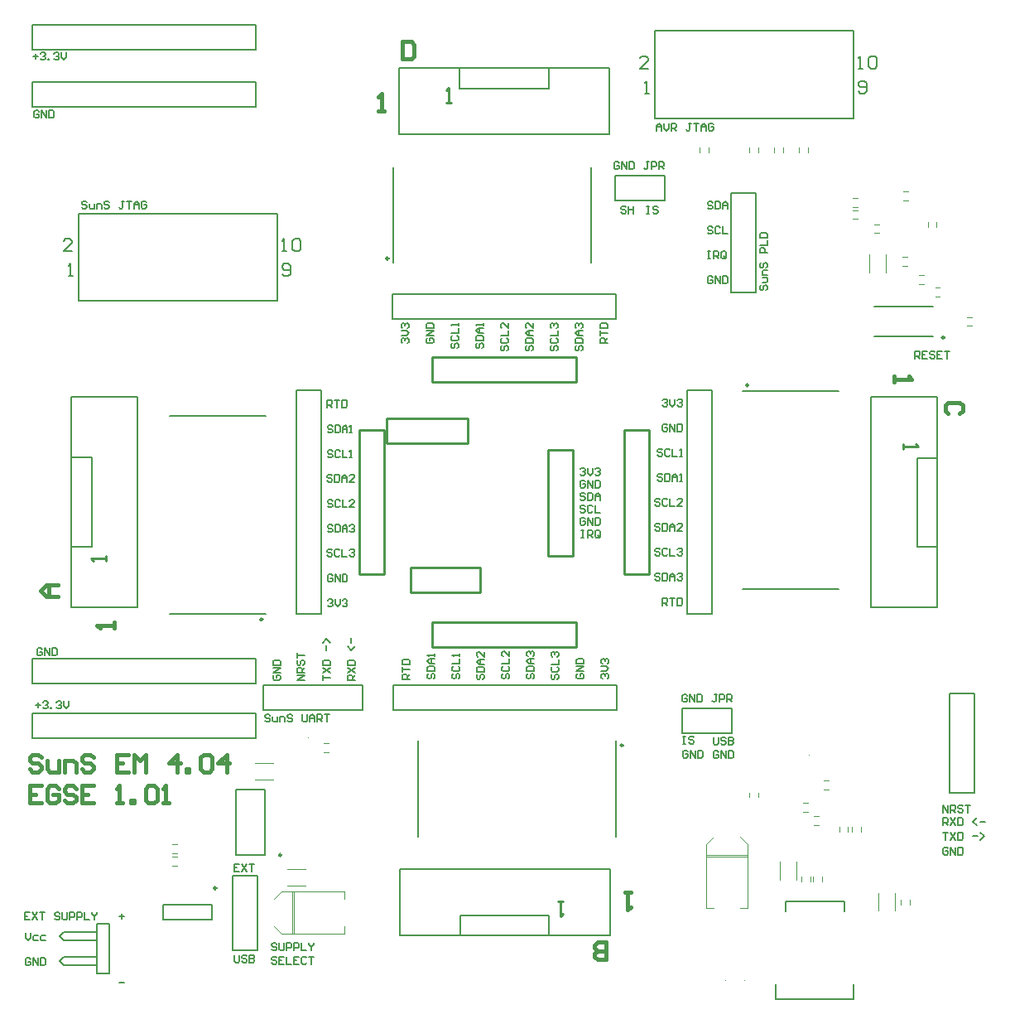
<source format=gto>
G04 Layer_Color=65535*
%FSAX25Y25*%
%MOIN*%
G70*
G01*
G75*
%ADD61C,0.01000*%
%ADD62C,0.00984*%
%ADD63C,0.00394*%
%ADD64C,0.00787*%
%ADD65C,0.00600*%
%ADD66C,0.00500*%
%ADD67C,0.00800*%
%ADD68C,0.01700*%
D61*
X0167709Y0138453D02*
Y0148453D01*
X0225709D01*
X0167709Y0138453D02*
X0225709D01*
Y0148453D01*
X0245055Y0167883D02*
Y0225883D01*
X0255055Y0167883D02*
Y0225883D01*
X0245055D02*
X0255055D01*
X0245055Y0167883D02*
X0255055D01*
X0167709Y0245229D02*
X0225709D01*
X0167709Y0255229D02*
X0225709D01*
X0167709Y0245229D02*
Y0255229D01*
X0225709Y0245229D02*
Y0255229D01*
X0148362Y0167883D02*
Y0225883D01*
X0138362Y0167883D02*
Y0225883D01*
Y0167883D02*
X0148362D01*
X0138362Y0225883D02*
X0148362D01*
X0182080Y0220454D02*
Y0230453D01*
X0149179Y0220454D02*
Y0230453D01*
X0182080D01*
X0149179Y0220454D02*
X0182080D01*
X0214389Y0175253D02*
X0224200D01*
X0214389Y0217914D02*
X0224200D01*
Y0175253D02*
Y0217914D01*
X0214389Y0175253D02*
Y0217914D01*
X0158780Y0160653D02*
Y0170653D01*
X0186779Y0160653D02*
Y0170653D01*
X0158780Y0160653D02*
X0186779D01*
X0158780Y0170653D02*
X0186779D01*
X0036171Y0173350D02*
Y0175350D01*
Y0174350D01*
X0030173D01*
X0031173Y0173350D01*
X0220350Y0036345D02*
X0218351D01*
X0219351D01*
Y0030347D01*
X0220350Y0031347D01*
X0357188Y0220350D02*
Y0218351D01*
Y0219351D01*
X0363186D01*
X0362186Y0220350D01*
X0173128Y0357708D02*
X0175127D01*
X0174128D01*
Y0363706D01*
X0173128Y0362706D01*
D62*
X0373839Y0263104D02*
G03*
X0373839Y0263104I-0000492J0000000D01*
G01*
X0244443Y0099054D02*
G03*
X0244443Y0099054I-0000492J0000000D01*
G01*
X0294972Y0243951D02*
G03*
X0294972Y0243951I-0000492J0000000D01*
G01*
X0099372Y0149750D02*
G03*
X0099372Y0149750I-0000492J0000000D01*
G01*
X0150068Y0294953D02*
G03*
X0150068Y0294953I-0000492J0000000D01*
G01*
X0080735Y0041595D02*
G03*
X0080735Y0041595I-0000492J0000000D01*
G01*
X0106928Y0054911D02*
G03*
X0106928Y0054911I-0000492J0000000D01*
G01*
D63*
X0285797Y0004500D02*
G03*
X0285797Y0004500I-0000197J0000000D01*
G01*
X0293597D02*
G03*
X0293597Y0004500I-0000197J0000000D01*
G01*
X0326497Y0095300D02*
G03*
X0326497Y0095300I-0000197J0000000D01*
G01*
X0319697Y0095200D02*
G03*
X0319697Y0095200I-0000197J0000000D01*
G01*
X0117766Y0102100D02*
G03*
X0117766Y0102100I-0000197J0000000D01*
G01*
X0345516Y0305128D02*
X0347484D01*
X0345516Y0308672D02*
X0347484D01*
X0367228Y0307516D02*
Y0309485D01*
X0370771D02*
X0370771Y0307516D01*
X0308972Y0337716D02*
Y0339684D01*
X0305428Y0337716D02*
Y0339684D01*
X0316816Y0072228D02*
X0318784D01*
X0316816Y0075772D02*
X0318784D01*
X0321216Y0070572D02*
X0323184D01*
X0321216Y0067028D02*
X0323184D01*
X0357016Y0295536D02*
X0358985D01*
X0357016Y0291993D02*
X0358985Y0291993D01*
X0275428Y0337716D02*
Y0339684D01*
X0278972Y0337716D02*
Y0339684D01*
X0298972Y0337716D02*
Y0339684D01*
X0295428Y0337716D02*
Y0339684D01*
X0315428Y0337716D02*
Y0339684D01*
X0318972Y0337716D02*
Y0339684D01*
X0347153Y0032457D02*
Y0039543D01*
X0353847Y0032457D02*
Y0039543D01*
X0359972Y0034816D02*
Y0036784D01*
X0356428Y0034816D02*
Y0036784D01*
X0383016Y0271372D02*
X0384984D01*
X0383016Y0267828D02*
X0384984D01*
X0363716Y0288272D02*
X0365684D01*
X0363716Y0284728D02*
X0365684D01*
X0370116Y0279728D02*
X0372084D01*
X0370116Y0283272D02*
X0372084D01*
X0357428Y0318393D02*
X0359396D01*
X0357428Y0321936D02*
X0359396D01*
X0325416Y0084772D02*
X0327384D01*
X0325416Y0081228D02*
X0327384D01*
X0307453Y0045057D02*
Y0052143D01*
X0314146Y0045057D02*
Y0052143D01*
X0336816Y0314372D02*
X0338784D01*
X0336816Y0310828D02*
X0338784D01*
X0336816Y0319121D02*
X0338784D01*
X0336816Y0315577D02*
X0338784D01*
X0062916Y0054221D02*
X0064884D01*
X0062916Y0050678D02*
X0064884D01*
X0062916Y0055728D02*
X0064884D01*
X0062916Y0059272D02*
X0064884D01*
X0331555Y0064189D02*
Y0066158D01*
X0335098Y0064189D02*
Y0066158D01*
X0316328Y0044216D02*
Y0046185D01*
X0319871Y0044216D02*
Y0046185D01*
X0321028Y0044216D02*
Y0046185D01*
X0324571Y0044216D02*
Y0046185D01*
X0123816Y0099872D02*
X0125784D01*
X0123816Y0096328D02*
X0125784D01*
X0096396Y0091947D02*
X0103483D01*
X0096396Y0085254D02*
X0103483D01*
X0106932Y0023382D02*
X0132405D01*
X0111263Y0023382D02*
Y0040311D01*
X0111972Y0023382D02*
Y0040311D01*
X0103901Y0026413D02*
X0106932Y0023382D01*
X0132405D02*
Y0026413D01*
Y0037279D02*
Y0040311D01*
X0103901Y0037279D02*
X0106932Y0040311D01*
X0132405D01*
X0109388Y0042500D02*
X0116475D01*
X0109388Y0049193D02*
X0116475D01*
X0340216Y0064189D02*
Y0066158D01*
X0336673Y0064189D02*
Y0066158D01*
X0350147Y0289357D02*
Y0296443D01*
X0343454Y0289357D02*
Y0296443D01*
X0298972Y0078116D02*
Y0080084D01*
X0295428Y0078116D02*
Y0080084D01*
X0277835Y0033727D02*
Y0059199D01*
X0277835Y0054869D02*
X0294765D01*
X0277835Y0054160D02*
X0294765D01*
X0277835Y0059199D02*
X0280867Y0062231D01*
X0277835Y0033727D02*
X0280867D01*
X0291733D02*
X0294765D01*
X0291733Y0062231D02*
X0294765Y0059199D01*
Y0033727D02*
Y0059199D01*
D64*
X0096600Y0102000D02*
Y0112000D01*
X0006600Y0102000D02*
X0096600D01*
X0006600D02*
Y0112000D01*
X0096600D01*
Y0123800D02*
Y0133800D01*
X0006600Y0123800D02*
X0096600D01*
X0006600D02*
Y0133800D01*
X0096600D01*
X0006769Y0355896D02*
X0096769D01*
X0096769Y0365896D01*
X0006769D02*
X0096769D01*
X0006769Y0355896D02*
X0006769Y0365896D01*
Y0378896D02*
X0096769D01*
X0096769Y0388896D02*
X0096769Y0378896D01*
X0006769Y0388896D02*
X0096769D01*
X0006769D02*
X0006769Y0378896D01*
X0268400Y0114100D02*
X0288400D01*
X0268400Y0104100D02*
Y0114100D01*
Y0104100D02*
X0288400D01*
Y0114100D01*
X0097300Y0046595D02*
X0097300Y0016595D01*
X0087300Y0046595D02*
X0097300D01*
X0087300Y0016595D02*
X0087300Y0046595D01*
X0087300Y0016595D02*
X0097300D01*
X0099700Y0113253D02*
Y0123254D01*
X0139700D01*
X0099700Y0113253D02*
X0139700D01*
Y0123254D01*
X0287900Y0281349D02*
X0297900D01*
X0287900D02*
Y0321349D01*
X0297900Y0281349D02*
Y0321349D01*
X0287900D02*
X0297900D01*
X0345689Y0263695D02*
X0369311Y0263695D01*
X0345689Y0275505D02*
X0369311Y0275505D01*
X0162047Y0062263D02*
Y0100845D01*
X0241654Y0062262D02*
Y0100844D01*
X0292688Y0162047D02*
X0331270D01*
X0292689Y0241654D02*
X0331271D01*
X0062089Y0231653D02*
X0100671D01*
X0062088Y0152047D02*
X0100670D01*
X0231480Y0293162D02*
Y0331744D01*
X0151873Y0293163D02*
Y0331745D01*
X0151851Y0113253D02*
X0241851D01*
Y0123254D01*
X0151851D02*
X0241851D01*
X0151851Y0113253D02*
Y0123254D01*
X0113080Y0151850D02*
Y0241850D01*
Y0151850D02*
X0123080D01*
Y0241850D01*
X0113080D02*
X0123080D01*
X0025200Y0277800D02*
X0105200Y0277800D01*
X0025200Y0312900D02*
X0105200D01*
X0025200Y0277800D02*
Y0312900D01*
X0105200Y0277800D02*
Y0312900D01*
X0257200Y0351400D02*
X0337200D01*
X0257200Y0386500D02*
X0337200D01*
X0257200Y0351400D02*
X0257200Y0386500D01*
X0337200D02*
X0337200Y0351400D01*
X0059358Y0028800D02*
Y0035099D01*
X0079043Y0028800D02*
Y0035099D01*
X0059358Y0028800D02*
X0079043D01*
X0059358Y0035099D02*
X0079043D01*
X0270280Y0151851D02*
X0280279D01*
X0270280D02*
Y0241851D01*
X0280279D01*
Y0151851D02*
Y0241851D01*
X0241676Y0270654D02*
Y0280654D01*
X0151676Y0270654D02*
X0241676D01*
X0151676D02*
Y0280654D01*
X0241676D01*
X0019167Y0010633D02*
X0032500D01*
X0017500Y0012300D02*
X0019167Y0010633D01*
X0017500Y0012300D02*
X0019167Y0013967D01*
X0032500D01*
X0019167Y0020633D02*
X0032500D01*
X0017500Y0022300D02*
X0019167Y0020633D01*
X0017500Y0022300D02*
X0019167Y0023967D01*
X0032500D01*
X0037500Y0007300D02*
Y0027300D01*
X0032500D02*
X0037500D01*
X0032500Y0007300D02*
X0037500D01*
X0032500D02*
Y0027300D01*
X0088522Y0081289D02*
X0100333D01*
X0088522Y0054911D02*
X0100333D01*
X0088522D02*
Y0081289D01*
X0100333Y0054911D02*
X0100333Y0081289D01*
X0375800Y0119957D02*
X0385800D01*
Y0079957D02*
Y0119957D01*
X0375800Y0079957D02*
Y0119957D01*
Y0079957D02*
X0385800D01*
X0261200Y0318400D02*
Y0328400D01*
X0241200Y0318400D02*
X0261200D01*
X0241200D02*
Y0328400D01*
X0261200D01*
D65*
X0022379Y0214848D02*
X0030580D01*
X0022379Y0178948D02*
X0030580D01*
Y0214848D01*
X0022379Y0154450D02*
X0048979D01*
Y0239250D01*
X0022379D02*
X0048979D01*
X0022379Y0154450D02*
Y0239250D01*
X0154450Y0022554D02*
X0239250D01*
X0154450D02*
Y0049154D01*
X0239250D01*
Y0022554D02*
Y0049154D01*
X0178852Y0030753D02*
X0214752D01*
Y0022554D02*
Y0030753D01*
X0178852Y0022554D02*
Y0030753D01*
X0370979Y0154450D02*
Y0239250D01*
X0344379Y0154450D02*
X0370979D01*
X0344379D02*
Y0239250D01*
X0370979D01*
X0362779Y0178852D02*
Y0214752D01*
X0370979D01*
X0362779Y0178852D02*
X0370979D01*
X0154228Y0371500D02*
X0239028D01*
Y0344900D02*
Y0371500D01*
X0154228Y0344900D02*
X0239028D01*
X0154228D02*
Y0371500D01*
X0178726Y0363300D02*
X0214626D01*
X0178726D02*
Y0371500D01*
X0214626Y0363300D02*
Y0371500D01*
D66*
X0310004Y0032433D02*
Y0036370D01*
X0333626D01*
Y0032433D02*
Y0036370D01*
X0337169Y0002905D02*
X0337169Y-0003000D01*
X0306067D02*
X0337169D01*
X0306067Y0002905D02*
X0306067Y-0003000D01*
D67*
X0260403Y0155351D02*
Y0158350D01*
X0261902D01*
X0262402Y0157850D01*
Y0156851D01*
X0261902Y0156351D01*
X0260403D01*
X0261402D02*
X0262402Y0155351D01*
X0263402Y0158350D02*
X0265401D01*
X0264401D01*
Y0155351D01*
X0266401Y0158350D02*
Y0155351D01*
X0267900D01*
X0268400Y0155851D01*
Y0157850D01*
X0267900Y0158350D01*
X0266401D01*
X0104999Y0019018D02*
X0104499Y0019518D01*
X0103500D01*
X0103000Y0019018D01*
Y0018518D01*
X0103500Y0018018D01*
X0104499D01*
X0104999Y0017518D01*
Y0017019D01*
X0104499Y0016519D01*
X0103500D01*
X0103000Y0017019D01*
X0105999Y0019518D02*
Y0017019D01*
X0106499Y0016519D01*
X0107499D01*
X0107998Y0017019D01*
Y0019518D01*
X0108998Y0016519D02*
Y0019518D01*
X0110498D01*
X0110997Y0019018D01*
Y0018018D01*
X0110498Y0017518D01*
X0108998D01*
X0111997Y0016519D02*
Y0019518D01*
X0113497D01*
X0113996Y0019018D01*
Y0018018D01*
X0113497Y0017518D01*
X0111997D01*
X0114996Y0019518D02*
Y0016519D01*
X0116996D01*
X0117995Y0019518D02*
Y0019018D01*
X0118995Y0018018D01*
X0119994Y0019018D01*
Y0019518D01*
X0118995Y0018018D02*
Y0016519D01*
X0104999Y0013499D02*
X0104499Y0013999D01*
X0103500D01*
X0103000Y0013499D01*
Y0012999D01*
X0103500Y0012500D01*
X0104499D01*
X0104999Y0012000D01*
Y0011500D01*
X0104499Y0011000D01*
X0103500D01*
X0103000Y0011500D01*
X0107998Y0013999D02*
X0105999D01*
Y0011000D01*
X0107998D01*
X0105999Y0012500D02*
X0106999D01*
X0108998Y0013999D02*
Y0011000D01*
X0110997D01*
X0113996Y0013999D02*
X0111997D01*
Y0011000D01*
X0113996D01*
X0111997Y0012500D02*
X0112997D01*
X0116996Y0013499D02*
X0116496Y0013999D01*
X0115496D01*
X0114996Y0013499D01*
Y0011500D01*
X0115496Y0011000D01*
X0116496D01*
X0116996Y0011500D01*
X0117995Y0013999D02*
X0119994D01*
X0118995D01*
Y0011000D01*
X0007800Y0115400D02*
X0009799D01*
X0008800Y0116399D02*
Y0114400D01*
X0010799Y0116399D02*
X0011299Y0116899D01*
X0012299D01*
X0012798Y0116399D01*
Y0115899D01*
X0012299Y0115400D01*
X0011799D01*
X0012299D01*
X0012798Y0114900D01*
Y0114400D01*
X0012299Y0113900D01*
X0011299D01*
X0010799Y0114400D01*
X0013798Y0113900D02*
Y0114400D01*
X0014298D01*
Y0113900D01*
X0013798D01*
X0016297Y0116399D02*
X0016797Y0116899D01*
X0017797D01*
X0018297Y0116399D01*
Y0115899D01*
X0017797Y0115400D01*
X0017297D01*
X0017797D01*
X0018297Y0114900D01*
Y0114400D01*
X0017797Y0113900D01*
X0016797D01*
X0016297Y0114400D01*
X0019296Y0116899D02*
Y0114900D01*
X0020296Y0113900D01*
X0021296Y0114900D01*
Y0116899D01*
X0227203Y0210153D02*
X0227702Y0210653D01*
X0228702D01*
X0229202Y0210153D01*
Y0209653D01*
X0228702Y0209154D01*
X0228202D01*
X0228702D01*
X0229202Y0208654D01*
Y0208154D01*
X0228702Y0207654D01*
X0227702D01*
X0227203Y0208154D01*
X0230202Y0210653D02*
Y0208654D01*
X0231201Y0207654D01*
X0232201Y0208654D01*
Y0210653D01*
X0233201Y0210153D02*
X0233700Y0210653D01*
X0234700D01*
X0235200Y0210153D01*
Y0209653D01*
X0234700Y0209154D01*
X0234200D01*
X0234700D01*
X0235200Y0208654D01*
Y0208154D01*
X0234700Y0207654D01*
X0233700D01*
X0233201Y0208154D01*
X0127445Y0167390D02*
X0126946Y0167890D01*
X0125946D01*
X0125446Y0167390D01*
Y0165390D01*
X0125946Y0164891D01*
X0126946D01*
X0127445Y0165390D01*
Y0166390D01*
X0126446D01*
X0128445Y0164891D02*
Y0167890D01*
X0130445Y0164891D01*
Y0167890D01*
X0131444D02*
Y0164891D01*
X0132944D01*
X0133443Y0165390D01*
Y0167390D01*
X0132944Y0167890D01*
X0131444D01*
X0010499Y0137699D02*
X0010000Y0138199D01*
X0009000D01*
X0008500Y0137699D01*
Y0135700D01*
X0009000Y0135200D01*
X0010000D01*
X0010499Y0135700D01*
Y0136699D01*
X0009500D01*
X0011499Y0135200D02*
Y0138199D01*
X0013498Y0135200D01*
Y0138199D01*
X0014498D02*
Y0135200D01*
X0015998D01*
X0016497Y0135700D01*
Y0137699D01*
X0015998Y0138199D01*
X0014498D01*
X0127363Y0177499D02*
X0126863Y0177999D01*
X0125863D01*
X0125363Y0177499D01*
Y0176999D01*
X0125863Y0176500D01*
X0126863D01*
X0127363Y0176000D01*
Y0175500D01*
X0126863Y0175000D01*
X0125863D01*
X0125363Y0175500D01*
X0130362Y0177499D02*
X0129862Y0177999D01*
X0128862D01*
X0128362Y0177499D01*
Y0175500D01*
X0128862Y0175000D01*
X0129862D01*
X0130362Y0175500D01*
X0131361Y0177999D02*
Y0175000D01*
X0133361D01*
X0134360Y0177499D02*
X0134860Y0177999D01*
X0135860D01*
X0136360Y0177499D01*
Y0176999D01*
X0135860Y0176500D01*
X0135360D01*
X0135860D01*
X0136360Y0176000D01*
Y0175500D01*
X0135860Y0175000D01*
X0134860D01*
X0134360Y0175500D01*
X0116200Y0125400D02*
X0113200D01*
X0116200Y0127399D01*
X0113200D01*
X0116200Y0128399D02*
X0113200D01*
Y0129899D01*
X0113700Y0130398D01*
X0114700D01*
X0115200Y0129899D01*
Y0128399D01*
Y0129399D02*
X0116200Y0130398D01*
X0113700Y0133397D02*
X0113200Y0132898D01*
Y0131898D01*
X0113700Y0131398D01*
X0114200D01*
X0114700Y0131898D01*
Y0132898D01*
X0115200Y0133397D01*
X0115700D01*
X0116200Y0132898D01*
Y0131898D01*
X0115700Y0131398D01*
X0113200Y0134397D02*
Y0136396D01*
Y0135397D01*
X0116200D01*
X0253951Y0316099D02*
X0254950D01*
X0254451D01*
Y0313100D01*
X0253951D01*
X0254950D01*
X0258449Y0315599D02*
X0257949Y0316099D01*
X0256950D01*
X0256450Y0315599D01*
Y0315099D01*
X0256950Y0314599D01*
X0257949D01*
X0258449Y0314100D01*
Y0313600D01*
X0257949Y0313100D01*
X0256950D01*
X0256450Y0313600D01*
X0268500Y0102618D02*
X0269500D01*
X0269000D01*
Y0099619D01*
X0268500D01*
X0269500D01*
X0272998Y0102118D02*
X0272499Y0102618D01*
X0271499D01*
X0270999Y0102118D01*
Y0101618D01*
X0271499Y0101118D01*
X0272499D01*
X0272998Y0100619D01*
Y0100119D01*
X0272499Y0099619D01*
X0271499D01*
X0270999Y0100119D01*
X0270499Y0096599D02*
X0270000Y0097099D01*
X0269000D01*
X0268500Y0096599D01*
Y0094600D01*
X0269000Y0094100D01*
X0270000D01*
X0270499Y0094600D01*
Y0095600D01*
X0269500D01*
X0271499Y0094100D02*
Y0097099D01*
X0273498Y0094100D01*
Y0097099D01*
X0274498D02*
Y0094100D01*
X0275998D01*
X0276497Y0094600D01*
Y0096599D01*
X0275998Y0097099D01*
X0274498D01*
X0245700Y0315599D02*
X0245200Y0316099D01*
X0244201D01*
X0243701Y0315599D01*
Y0315099D01*
X0244201Y0314599D01*
X0245200D01*
X0245700Y0314100D01*
Y0313600D01*
X0245200Y0313100D01*
X0244201D01*
X0243701Y0313600D01*
X0246700Y0316099D02*
Y0313100D01*
Y0314599D01*
X0248699D01*
Y0316099D01*
Y0313100D01*
X0229202Y0190153D02*
X0228702Y0190653D01*
X0227702D01*
X0227203Y0190153D01*
Y0188154D01*
X0227702Y0187654D01*
X0228702D01*
X0229202Y0188154D01*
Y0189154D01*
X0228202D01*
X0230202Y0187654D02*
Y0190653D01*
X0232201Y0187654D01*
Y0190653D01*
X0233201D02*
Y0187654D01*
X0234700D01*
X0235200Y0188154D01*
Y0190153D01*
X0234700Y0190653D01*
X0233201D01*
X0257800Y0346300D02*
Y0348299D01*
X0258800Y0349299D01*
X0259799Y0348299D01*
Y0346300D01*
Y0347799D01*
X0257800D01*
X0260799Y0349299D02*
Y0347300D01*
X0261799Y0346300D01*
X0262798Y0347300D01*
Y0349299D01*
X0263798Y0346300D02*
Y0349299D01*
X0265298D01*
X0265797Y0348799D01*
Y0347799D01*
X0265298Y0347300D01*
X0263798D01*
X0264798D02*
X0265797Y0346300D01*
X0271796Y0349299D02*
X0270796D01*
X0271296D01*
Y0346800D01*
X0270796Y0346300D01*
X0270296D01*
X0269796Y0346800D01*
X0272795Y0349299D02*
X0274795D01*
X0273795D01*
Y0346300D01*
X0275794D02*
Y0348299D01*
X0276794Y0349299D01*
X0277794Y0348299D01*
Y0346300D01*
Y0347799D01*
X0275794D01*
X0280793Y0348799D02*
X0280293Y0349299D01*
X0279293D01*
X0278793Y0348799D01*
Y0346800D01*
X0279293Y0346300D01*
X0280293D01*
X0280793Y0346800D01*
Y0347799D01*
X0279793D01*
X0195676Y0259777D02*
X0195176Y0259277D01*
Y0258277D01*
X0195676Y0257778D01*
X0196176D01*
X0196676Y0258277D01*
Y0259277D01*
X0197176Y0259777D01*
X0197676D01*
X0198176Y0259277D01*
Y0258277D01*
X0197676Y0257778D01*
X0195676Y0262776D02*
X0195176Y0262276D01*
Y0261276D01*
X0195676Y0260777D01*
X0197676D01*
X0198176Y0261276D01*
Y0262276D01*
X0197676Y0262776D01*
X0195176Y0263776D02*
X0198176D01*
Y0265775D01*
Y0268774D02*
Y0266775D01*
X0196176Y0268774D01*
X0195676D01*
X0195176Y0268274D01*
Y0267274D01*
X0195676Y0266775D01*
X0229202Y0195153D02*
X0228702Y0195653D01*
X0227702D01*
X0227203Y0195153D01*
Y0194653D01*
X0227702Y0194153D01*
X0228702D01*
X0229202Y0193654D01*
Y0193154D01*
X0228702Y0192654D01*
X0227702D01*
X0227203Y0193154D01*
X0232201Y0195153D02*
X0231701Y0195653D01*
X0230701D01*
X0230202Y0195153D01*
Y0193154D01*
X0230701Y0192654D01*
X0231701D01*
X0232201Y0193154D01*
X0233201Y0195653D02*
Y0192654D01*
X0235200D01*
X0278500Y0297848D02*
X0279500D01*
X0279000D01*
Y0294849D01*
X0278500D01*
X0279500D01*
X0280999D02*
Y0297848D01*
X0282499D01*
X0282998Y0297348D01*
Y0296349D01*
X0282499Y0295849D01*
X0280999D01*
X0281999D02*
X0282998Y0294849D01*
X0285998Y0295349D02*
Y0297348D01*
X0285498Y0297848D01*
X0284498D01*
X0283998Y0297348D01*
Y0295349D01*
X0284498Y0294849D01*
X0285498D01*
X0284998Y0295849D02*
X0285998Y0294849D01*
X0285498D02*
X0285998Y0295349D01*
X0225676Y0259777D02*
X0225177Y0259277D01*
Y0258277D01*
X0225676Y0257778D01*
X0226176D01*
X0226676Y0258277D01*
Y0259277D01*
X0227176Y0259777D01*
X0227676D01*
X0228175Y0259277D01*
Y0258277D01*
X0227676Y0257778D01*
X0225177Y0260777D02*
X0228175D01*
Y0262276D01*
X0227676Y0262776D01*
X0225676D01*
X0225177Y0262276D01*
Y0260777D01*
X0228175Y0263776D02*
X0226176D01*
X0225177Y0264775D01*
X0226176Y0265775D01*
X0228175D01*
X0226676D01*
Y0263776D01*
X0225676Y0266775D02*
X0225177Y0267274D01*
Y0268274D01*
X0225676Y0268774D01*
X0226176D01*
X0226676Y0268274D01*
Y0267774D01*
Y0268274D01*
X0227176Y0268774D01*
X0227676D01*
X0228175Y0268274D01*
Y0267274D01*
X0227676Y0266775D01*
X0280900Y0102418D02*
Y0099919D01*
X0281400Y0099419D01*
X0282400D01*
X0282899Y0099919D01*
Y0102418D01*
X0285898Y0101918D02*
X0285399Y0102418D01*
X0284399D01*
X0283899Y0101918D01*
Y0101418D01*
X0284399Y0100918D01*
X0285399D01*
X0285898Y0100418D01*
Y0099919D01*
X0285399Y0099419D01*
X0284399D01*
X0283899Y0099919D01*
X0286898Y0102418D02*
Y0099419D01*
X0288398D01*
X0288897Y0099919D01*
Y0100418D01*
X0288398Y0100918D01*
X0286898D01*
X0288398D01*
X0288897Y0101418D01*
Y0101918D01*
X0288398Y0102418D01*
X0286898D01*
X0282899Y0096399D02*
X0282400Y0096899D01*
X0281400D01*
X0280900Y0096399D01*
Y0094400D01*
X0281400Y0093900D01*
X0282400D01*
X0282899Y0094400D01*
Y0095399D01*
X0281900D01*
X0283899Y0093900D02*
Y0096899D01*
X0285898Y0093900D01*
Y0096899D01*
X0286898D02*
Y0093900D01*
X0288398D01*
X0288897Y0094400D01*
Y0096399D01*
X0288398Y0096899D01*
X0286898D01*
X0127363Y0207499D02*
X0126863Y0207999D01*
X0125863D01*
X0125363Y0207499D01*
Y0206999D01*
X0125863Y0206500D01*
X0126863D01*
X0127363Y0206000D01*
Y0205500D01*
X0126863Y0205000D01*
X0125863D01*
X0125363Y0205500D01*
X0128362Y0207999D02*
Y0205000D01*
X0129862D01*
X0130362Y0205500D01*
Y0207499D01*
X0129862Y0207999D01*
X0128362D01*
X0131361Y0205000D02*
Y0206999D01*
X0132361Y0207999D01*
X0133361Y0206999D01*
Y0205000D01*
Y0206500D01*
X0131361D01*
X0136360Y0205000D02*
X0134360D01*
X0136360Y0206999D01*
Y0207499D01*
X0135860Y0207999D01*
X0134860D01*
X0134360Y0207499D01*
X0136550Y0125400D02*
X0133551D01*
Y0126900D01*
X0134051Y0127399D01*
X0135050D01*
X0135550Y0126900D01*
Y0125400D01*
Y0126400D02*
X0136550Y0127399D01*
X0133551Y0128399D02*
X0136550Y0130398D01*
X0133551D02*
X0136550Y0128399D01*
X0133551Y0131398D02*
X0136550D01*
Y0132898D01*
X0136050Y0133397D01*
X0134051D01*
X0133551Y0132898D01*
Y0131398D01*
X0136550Y0138896D02*
X0135050Y0137396D01*
X0133551Y0138896D01*
X0135050Y0140395D02*
Y0142394D01*
X0373400Y0063999D02*
X0375399D01*
X0374400D01*
Y0061000D01*
X0376399Y0063999D02*
X0378398Y0061000D01*
Y0063999D02*
X0376399Y0061000D01*
X0379398Y0063999D02*
Y0061000D01*
X0380898D01*
X0381397Y0061500D01*
Y0063499D01*
X0380898Y0063999D01*
X0379398D01*
X0385396Y0062499D02*
X0387396D01*
X0388395Y0061000D02*
X0389895Y0062499D01*
X0388395Y0063999D01*
X0127445Y0217390D02*
X0126946Y0217890D01*
X0125946D01*
X0125446Y0217390D01*
Y0216890D01*
X0125946Y0216390D01*
X0126946D01*
X0127445Y0215890D01*
Y0215390D01*
X0126946Y0214891D01*
X0125946D01*
X0125446Y0215390D01*
X0130445Y0217390D02*
X0129945Y0217890D01*
X0128945D01*
X0128445Y0217390D01*
Y0215390D01*
X0128945Y0214891D01*
X0129945D01*
X0130445Y0215390D01*
X0131444Y0217890D02*
Y0214891D01*
X0133443D01*
X0134443D02*
X0135443D01*
X0134943D01*
Y0217890D01*
X0134443Y0217390D01*
X0041500Y0030200D02*
X0043500D01*
X0042500Y0031199D02*
Y0029200D01*
X0028599Y0317499D02*
X0028100Y0317999D01*
X0027100D01*
X0026600Y0317499D01*
Y0316999D01*
X0027100Y0316499D01*
X0028100D01*
X0028599Y0316000D01*
Y0315500D01*
X0028100Y0315000D01*
X0027100D01*
X0026600Y0315500D01*
X0029599Y0316999D02*
Y0315500D01*
X0030099Y0315000D01*
X0031598D01*
Y0316999D01*
X0032598Y0315000D02*
Y0316999D01*
X0034098D01*
X0034597Y0316499D01*
Y0315000D01*
X0037596Y0317499D02*
X0037097Y0317999D01*
X0036097D01*
X0035597Y0317499D01*
Y0316999D01*
X0036097Y0316499D01*
X0037097D01*
X0037596Y0316000D01*
Y0315500D01*
X0037097Y0315000D01*
X0036097D01*
X0035597Y0315500D01*
X0043595Y0317999D02*
X0042595D01*
X0043095D01*
Y0315500D01*
X0042595Y0315000D01*
X0042095D01*
X0041595Y0315500D01*
X0044594Y0317999D02*
X0046593D01*
X0045594D01*
Y0315000D01*
X0047593D02*
Y0316999D01*
X0048593Y0317999D01*
X0049593Y0316999D01*
Y0315000D01*
Y0316499D01*
X0047593D01*
X0052592Y0317499D02*
X0052092Y0317999D01*
X0051092D01*
X0050592Y0317499D01*
Y0315500D01*
X0051092Y0315000D01*
X0052092D01*
X0052592Y0315500D01*
Y0316499D01*
X0051592D01*
X0196137Y0127820D02*
X0195637Y0127320D01*
Y0126320D01*
X0196137Y0125820D01*
X0196637D01*
X0197137Y0126320D01*
Y0127320D01*
X0197637Y0127820D01*
X0198136D01*
X0198636Y0127320D01*
Y0126320D01*
X0198136Y0125820D01*
X0196137Y0130818D02*
X0195637Y0130319D01*
Y0129319D01*
X0196137Y0128819D01*
X0198136D01*
X0198636Y0129319D01*
Y0130319D01*
X0198136Y0130818D01*
X0195637Y0131818D02*
X0198636D01*
Y0133818D01*
Y0136817D02*
Y0134817D01*
X0196637Y0136817D01*
X0196137D01*
X0195637Y0136317D01*
Y0135317D01*
X0196137Y0134817D01*
X0259403Y0197850D02*
X0258903Y0198350D01*
X0257903D01*
X0257404Y0197850D01*
Y0197351D01*
X0257903Y0196851D01*
X0258903D01*
X0259403Y0196351D01*
Y0195851D01*
X0258903Y0195351D01*
X0257903D01*
X0257404Y0195851D01*
X0262402Y0197850D02*
X0261902Y0198350D01*
X0260902D01*
X0260403Y0197850D01*
Y0195851D01*
X0260902Y0195351D01*
X0261902D01*
X0262402Y0195851D01*
X0263402Y0198350D02*
Y0195351D01*
X0265401D01*
X0268400D02*
X0266401D01*
X0268400Y0197351D01*
Y0197850D01*
X0267900Y0198350D01*
X0266900D01*
X0266401Y0197850D01*
X0104051Y0127399D02*
X0103551Y0126900D01*
Y0125900D01*
X0104051Y0125400D01*
X0106050D01*
X0106550Y0125900D01*
Y0126900D01*
X0106050Y0127399D01*
X0105051D01*
Y0126400D01*
X0106550Y0128399D02*
X0103551D01*
X0106550Y0130398D01*
X0103551D01*
Y0131398D02*
X0106550D01*
Y0132898D01*
X0106050Y0133397D01*
X0104051D01*
X0103551Y0132898D01*
Y0131398D01*
X0280499Y0317349D02*
X0279999Y0317848D01*
X0279000D01*
X0278500Y0317349D01*
Y0316849D01*
X0279000Y0316349D01*
X0279999D01*
X0280499Y0315849D01*
Y0315349D01*
X0279999Y0314849D01*
X0279000D01*
X0278500Y0315349D01*
X0281499Y0317848D02*
Y0314849D01*
X0282998D01*
X0283498Y0315349D01*
Y0317349D01*
X0282998Y0317848D01*
X0281499D01*
X0284498Y0314849D02*
Y0316849D01*
X0285498Y0317848D01*
X0286497Y0316849D01*
Y0314849D01*
Y0316349D01*
X0284498D01*
X0166137Y0127820D02*
X0165637Y0127320D01*
Y0126320D01*
X0166137Y0125820D01*
X0166637D01*
X0167137Y0126320D01*
Y0127320D01*
X0167637Y0127820D01*
X0168136D01*
X0168636Y0127320D01*
Y0126320D01*
X0168136Y0125820D01*
X0165637Y0128819D02*
X0168636D01*
Y0130319D01*
X0168136Y0130818D01*
X0166137D01*
X0165637Y0130319D01*
Y0128819D01*
X0168636Y0131818D02*
X0166637D01*
X0165637Y0132818D01*
X0166637Y0133818D01*
X0168636D01*
X0167137D01*
Y0131818D01*
X0168636Y0134817D02*
Y0135817D01*
Y0135317D01*
X0165637D01*
X0166137Y0134817D01*
X0229202Y0205153D02*
X0228702Y0205653D01*
X0227702D01*
X0227203Y0205153D01*
Y0203154D01*
X0227702Y0202654D01*
X0228702D01*
X0229202Y0203154D01*
Y0204153D01*
X0228202D01*
X0230202Y0202654D02*
Y0205653D01*
X0232201Y0202654D01*
Y0205653D01*
X0233201D02*
Y0202654D01*
X0234700D01*
X0235200Y0203154D01*
Y0205153D01*
X0234700Y0205653D01*
X0233201D01*
X0226137Y0127820D02*
X0225637Y0127320D01*
Y0126320D01*
X0226137Y0125820D01*
X0228136D01*
X0228636Y0126320D01*
Y0127320D01*
X0228136Y0127820D01*
X0227137D01*
Y0126820D01*
X0228636Y0128819D02*
X0225637D01*
X0228636Y0130818D01*
X0225637D01*
Y0131818D02*
X0228636D01*
Y0133318D01*
X0228136Y0133818D01*
X0226137D01*
X0225637Y0133318D01*
Y0131818D01*
X0165676Y0262776D02*
X0165176Y0262276D01*
Y0261276D01*
X0165676Y0260777D01*
X0167676D01*
X0168175Y0261276D01*
Y0262276D01*
X0167676Y0262776D01*
X0166676D01*
Y0261776D01*
X0168175Y0263776D02*
X0165176D01*
X0168175Y0265775D01*
X0165176D01*
Y0266775D02*
X0168175D01*
Y0268274D01*
X0167676Y0268774D01*
X0165676D01*
X0165176Y0268274D01*
Y0266775D01*
X0262402Y0227850D02*
X0261902Y0228350D01*
X0260902D01*
X0260403Y0227850D01*
Y0225851D01*
X0260902Y0225351D01*
X0261902D01*
X0262402Y0225851D01*
Y0226851D01*
X0261402D01*
X0263402Y0225351D02*
Y0228350D01*
X0265401Y0225351D01*
Y0228350D01*
X0266401D02*
Y0225351D01*
X0267900D01*
X0268400Y0225851D01*
Y0227850D01*
X0267900Y0228350D01*
X0266401D01*
X0127445Y0227390D02*
X0126946Y0227890D01*
X0125946D01*
X0125446Y0227390D01*
Y0226890D01*
X0125946Y0226390D01*
X0126946D01*
X0127445Y0225890D01*
Y0225390D01*
X0126946Y0224890D01*
X0125946D01*
X0125446Y0225390D01*
X0128445Y0227890D02*
Y0224890D01*
X0129945D01*
X0130445Y0225390D01*
Y0227390D01*
X0129945Y0227890D01*
X0128445D01*
X0131444Y0224890D02*
Y0226890D01*
X0132444Y0227890D01*
X0133443Y0226890D01*
Y0224890D01*
Y0226390D01*
X0131444D01*
X0134443Y0224890D02*
X0135443D01*
X0134943D01*
Y0227890D01*
X0134443Y0227390D01*
X0041500Y0003700D02*
X0043500D01*
X0238176Y0260777D02*
X0235176D01*
Y0262276D01*
X0235676Y0262776D01*
X0236676D01*
X0237176Y0262276D01*
Y0260777D01*
Y0261776D02*
X0238176Y0262776D01*
X0235176Y0263776D02*
Y0265775D01*
Y0264775D01*
X0238176D01*
X0235176Y0266775D02*
X0238176D01*
Y0268274D01*
X0237676Y0268774D01*
X0235676D01*
X0235176Y0268274D01*
Y0266775D01*
X0260403Y0207850D02*
X0259903Y0208350D01*
X0258903D01*
X0258403Y0207850D01*
Y0207351D01*
X0258903Y0206851D01*
X0259903D01*
X0260403Y0206351D01*
Y0205851D01*
X0259903Y0205351D01*
X0258903D01*
X0258403Y0205851D01*
X0261402Y0208350D02*
Y0205351D01*
X0262902D01*
X0263402Y0205851D01*
Y0207850D01*
X0262902Y0208350D01*
X0261402D01*
X0264401Y0205351D02*
Y0207351D01*
X0265401Y0208350D01*
X0266401Y0207351D01*
Y0205351D01*
Y0206851D01*
X0264401D01*
X0267400Y0205351D02*
X0268400D01*
X0267900D01*
Y0208350D01*
X0267400Y0207850D01*
X0005899Y0013099D02*
X0005399Y0013599D01*
X0004400D01*
X0003900Y0013099D01*
Y0011100D01*
X0004400Y0010600D01*
X0005399D01*
X0005899Y0011100D01*
Y0012100D01*
X0004900D01*
X0006899Y0010600D02*
Y0013599D01*
X0008898Y0010600D01*
Y0013599D01*
X0009898D02*
Y0010600D01*
X0011398D01*
X0011897Y0011100D01*
Y0013099D01*
X0011398Y0013599D01*
X0009898D01*
X0125363Y0235000D02*
Y0237999D01*
X0126863D01*
X0127363Y0237499D01*
Y0236500D01*
X0126863Y0236000D01*
X0125363D01*
X0126363D02*
X0127363Y0235000D01*
X0128362Y0237999D02*
X0130362D01*
X0129362D01*
Y0235000D01*
X0131361Y0237999D02*
Y0235000D01*
X0132861D01*
X0133361Y0235500D01*
Y0237499D01*
X0132861Y0237999D01*
X0131361D01*
X0227702Y0185653D02*
X0228702D01*
X0228202D01*
Y0182654D01*
X0227702D01*
X0228702D01*
X0230202D02*
Y0185653D01*
X0231701D01*
X0232201Y0185153D01*
Y0184153D01*
X0231701Y0183654D01*
X0230202D01*
X0231201D02*
X0232201Y0182654D01*
X0235200Y0183154D02*
Y0185153D01*
X0234700Y0185653D01*
X0233700D01*
X0233201Y0185153D01*
Y0183154D01*
X0233700Y0182654D01*
X0234700D01*
X0234200Y0183654D02*
X0235200Y0182654D01*
X0234700D02*
X0235200Y0183154D01*
X0373400Y0072100D02*
Y0075099D01*
X0375399Y0072100D01*
Y0075099D01*
X0376399Y0072100D02*
Y0075099D01*
X0377899D01*
X0378398Y0074599D01*
Y0073599D01*
X0377899Y0073100D01*
X0376399D01*
X0377399D02*
X0378398Y0072100D01*
X0381397Y0074599D02*
X0380898Y0075099D01*
X0379898D01*
X0379398Y0074599D01*
Y0074099D01*
X0379898Y0073599D01*
X0380898D01*
X0381397Y0073100D01*
Y0072600D01*
X0380898Y0072100D01*
X0379898D01*
X0379398Y0072600D01*
X0382397Y0075099D02*
X0384396D01*
X0383397D01*
Y0072100D01*
X0158527Y0125737D02*
X0155528D01*
Y0127237D01*
X0156027Y0127737D01*
X0157027D01*
X0157527Y0127237D01*
Y0125737D01*
Y0126737D02*
X0158527Y0127737D01*
X0155528Y0128736D02*
Y0130736D01*
Y0129736D01*
X0158527D01*
X0155528Y0131735D02*
X0158527D01*
Y0133235D01*
X0158027Y0133735D01*
X0156027D01*
X0155528Y0133235D01*
Y0131735D01*
X0127445Y0197390D02*
X0126946Y0197890D01*
X0125946D01*
X0125446Y0197390D01*
Y0196890D01*
X0125946Y0196390D01*
X0126946D01*
X0127445Y0195890D01*
Y0195390D01*
X0126946Y0194890D01*
X0125946D01*
X0125446Y0195390D01*
X0130445Y0197390D02*
X0129945Y0197890D01*
X0128945D01*
X0128445Y0197390D01*
Y0195390D01*
X0128945Y0194890D01*
X0129945D01*
X0130445Y0195390D01*
X0131444Y0197890D02*
Y0194890D01*
X0133443D01*
X0136443D02*
X0134443D01*
X0136443Y0196890D01*
Y0197390D01*
X0135943Y0197890D01*
X0134943D01*
X0134443Y0197390D01*
X0090099Y0051389D02*
X0088100D01*
Y0048390D01*
X0090099D01*
X0088100Y0049889D02*
X0089100D01*
X0091099Y0051389D02*
X0093098Y0048390D01*
Y0051389D02*
X0091099Y0048390D01*
X0094098Y0051389D02*
X0096097D01*
X0095098D01*
Y0048390D01*
X0205676Y0259777D02*
X0205176Y0259277D01*
Y0258277D01*
X0205676Y0257778D01*
X0206176D01*
X0206676Y0258277D01*
Y0259277D01*
X0207176Y0259777D01*
X0207676D01*
X0208175Y0259277D01*
Y0258277D01*
X0207676Y0257778D01*
X0205176Y0260777D02*
X0208175D01*
Y0262276D01*
X0207676Y0262776D01*
X0205676D01*
X0205176Y0262276D01*
Y0260777D01*
X0208175Y0263776D02*
X0206176D01*
X0205176Y0264775D01*
X0206176Y0265775D01*
X0208175D01*
X0206676D01*
Y0263776D01*
X0208175Y0268774D02*
Y0266775D01*
X0206176Y0268774D01*
X0205676D01*
X0205176Y0268274D01*
Y0267274D01*
X0205676Y0266775D01*
X0005699Y0031899D02*
X0003700D01*
Y0028900D01*
X0005699D01*
X0003700Y0030400D02*
X0004700D01*
X0006699Y0031899D02*
X0008698Y0028900D01*
Y0031899D02*
X0006699Y0028900D01*
X0009698Y0031899D02*
X0011697D01*
X0010698D01*
Y0028900D01*
X0017695Y0031399D02*
X0017196Y0031899D01*
X0016196D01*
X0015696Y0031399D01*
Y0030899D01*
X0016196Y0030400D01*
X0017196D01*
X0017695Y0029900D01*
Y0029400D01*
X0017196Y0028900D01*
X0016196D01*
X0015696Y0029400D01*
X0018695Y0031899D02*
Y0029400D01*
X0019195Y0028900D01*
X0020195D01*
X0020695Y0029400D01*
Y0031899D01*
X0021694Y0028900D02*
Y0031899D01*
X0023194D01*
X0023694Y0031399D01*
Y0030400D01*
X0023194Y0029900D01*
X0021694D01*
X0024693Y0028900D02*
Y0031899D01*
X0026193D01*
X0026693Y0031399D01*
Y0030400D01*
X0026193Y0029900D01*
X0024693D01*
X0027692Y0031899D02*
Y0028900D01*
X0029692D01*
X0030691Y0031899D02*
Y0031399D01*
X0031691Y0030400D01*
X0032691Y0031399D01*
Y0031899D01*
X0031691Y0030400D02*
Y0028900D01*
X0280499Y0287349D02*
X0279999Y0287848D01*
X0279000D01*
X0278500Y0287349D01*
Y0285349D01*
X0279000Y0284849D01*
X0279999D01*
X0280499Y0285349D01*
Y0286349D01*
X0279500D01*
X0281499Y0284849D02*
Y0287848D01*
X0283498Y0284849D01*
Y0287848D01*
X0284498D02*
Y0284849D01*
X0285998D01*
X0286497Y0285349D01*
Y0287349D01*
X0285998Y0287848D01*
X0284498D01*
X0175676Y0260777D02*
X0175177Y0260277D01*
Y0259277D01*
X0175676Y0258777D01*
X0176176D01*
X0176676Y0259277D01*
Y0260277D01*
X0177176Y0260777D01*
X0177676D01*
X0178175Y0260277D01*
Y0259277D01*
X0177676Y0258777D01*
X0175676Y0263776D02*
X0175177Y0263276D01*
Y0262276D01*
X0175676Y0261776D01*
X0177676D01*
X0178175Y0262276D01*
Y0263276D01*
X0177676Y0263776D01*
X0175177Y0264775D02*
X0178175D01*
Y0266775D01*
Y0267774D02*
Y0268774D01*
Y0268274D01*
X0175177D01*
X0175676Y0267774D01*
X0260403Y0217850D02*
X0259903Y0218350D01*
X0258903D01*
X0258403Y0217850D01*
Y0217351D01*
X0258903Y0216851D01*
X0259903D01*
X0260403Y0216351D01*
Y0215851D01*
X0259903Y0215351D01*
X0258903D01*
X0258403Y0215851D01*
X0263402Y0217850D02*
X0262902Y0218350D01*
X0261902D01*
X0261402Y0217850D01*
Y0215851D01*
X0261902Y0215351D01*
X0262902D01*
X0263402Y0215851D01*
X0264401Y0218350D02*
Y0215351D01*
X0266401D01*
X0267400D02*
X0268400D01*
X0267900D01*
Y0218350D01*
X0267400Y0217850D01*
X0009299Y0353999D02*
X0008800Y0354499D01*
X0007800D01*
X0007300Y0353999D01*
Y0352000D01*
X0007800Y0351500D01*
X0008800D01*
X0009299Y0352000D01*
Y0352999D01*
X0008300D01*
X0010299Y0351500D02*
Y0354499D01*
X0012298Y0351500D01*
Y0354499D01*
X0013298D02*
Y0351500D01*
X0014798D01*
X0015297Y0352000D01*
Y0353999D01*
X0014798Y0354499D01*
X0013298D01*
X0185676Y0260777D02*
X0185177Y0260277D01*
Y0259277D01*
X0185676Y0258777D01*
X0186176D01*
X0186676Y0259277D01*
Y0260277D01*
X0187176Y0260777D01*
X0187676D01*
X0188175Y0260277D01*
Y0259277D01*
X0187676Y0258777D01*
X0185177Y0261776D02*
X0188175D01*
Y0263276D01*
X0187676Y0263776D01*
X0185676D01*
X0185177Y0263276D01*
Y0261776D01*
X0188175Y0264775D02*
X0186176D01*
X0185177Y0265775D01*
X0186176Y0266775D01*
X0188175D01*
X0186676D01*
Y0264775D01*
X0188175Y0267774D02*
Y0268774D01*
Y0268274D01*
X0185177D01*
X0185676Y0267774D01*
X0215676Y0259777D02*
X0215177Y0259277D01*
Y0258277D01*
X0215676Y0257778D01*
X0216176D01*
X0216676Y0258277D01*
Y0259277D01*
X0217176Y0259777D01*
X0217676D01*
X0218176Y0259277D01*
Y0258277D01*
X0217676Y0257778D01*
X0215676Y0262776D02*
X0215177Y0262276D01*
Y0261276D01*
X0215676Y0260777D01*
X0217676D01*
X0218176Y0261276D01*
Y0262276D01*
X0217676Y0262776D01*
X0215177Y0263776D02*
X0218176D01*
Y0265775D01*
X0215676Y0266775D02*
X0215177Y0267274D01*
Y0268274D01*
X0215676Y0268774D01*
X0216176D01*
X0216676Y0268274D01*
Y0267774D01*
Y0268274D01*
X0217176Y0268774D01*
X0217676D01*
X0218176Y0268274D01*
Y0267274D01*
X0217676Y0266775D01*
X0127445Y0187390D02*
X0126946Y0187890D01*
X0125946D01*
X0125446Y0187390D01*
Y0186890D01*
X0125946Y0186390D01*
X0126946D01*
X0127445Y0185890D01*
Y0185390D01*
X0126946Y0184890D01*
X0125946D01*
X0125446Y0185390D01*
X0128445Y0187890D02*
Y0184890D01*
X0129945D01*
X0130445Y0185390D01*
Y0187390D01*
X0129945Y0187890D01*
X0128445D01*
X0131444Y0184890D02*
Y0186890D01*
X0132444Y0187890D01*
X0133443Y0186890D01*
Y0184890D01*
Y0186390D01*
X0131444D01*
X0134443Y0187390D02*
X0134943Y0187890D01*
X0135943D01*
X0136443Y0187390D01*
Y0186890D01*
X0135943Y0186390D01*
X0135443D01*
X0135943D01*
X0136443Y0185890D01*
Y0185390D01*
X0135943Y0184890D01*
X0134943D01*
X0134443Y0185390D01*
X0375399Y0057599D02*
X0374900Y0058099D01*
X0373900D01*
X0373400Y0057599D01*
Y0055600D01*
X0373900Y0055100D01*
X0374900D01*
X0375399Y0055600D01*
Y0056599D01*
X0374400D01*
X0376399Y0055100D02*
Y0058099D01*
X0378398Y0055100D01*
Y0058099D01*
X0379398D02*
Y0055100D01*
X0380898D01*
X0381397Y0055600D01*
Y0057599D01*
X0380898Y0058099D01*
X0379398D01*
X0259403Y0187850D02*
X0258903Y0188350D01*
X0257903D01*
X0257404Y0187850D01*
Y0187351D01*
X0257903Y0186851D01*
X0258903D01*
X0259403Y0186351D01*
Y0185851D01*
X0258903Y0185351D01*
X0257903D01*
X0257404Y0185851D01*
X0260403Y0188350D02*
Y0185351D01*
X0261902D01*
X0262402Y0185851D01*
Y0187850D01*
X0261902Y0188350D01*
X0260403D01*
X0263402Y0185351D02*
Y0187351D01*
X0264401Y0188350D01*
X0265401Y0187351D01*
Y0185351D01*
Y0186851D01*
X0263402D01*
X0268400Y0185351D02*
X0266401D01*
X0268400Y0187351D01*
Y0187850D01*
X0267900Y0188350D01*
X0266900D01*
X0266401Y0187850D01*
X0216027Y0127737D02*
X0215528Y0127237D01*
Y0126237D01*
X0216027Y0125737D01*
X0216527D01*
X0217027Y0126237D01*
Y0127237D01*
X0217527Y0127737D01*
X0218027D01*
X0218527Y0127237D01*
Y0126237D01*
X0218027Y0125737D01*
X0216027Y0130736D02*
X0215528Y0130236D01*
Y0129236D01*
X0216027Y0128736D01*
X0218027D01*
X0218527Y0129236D01*
Y0130236D01*
X0218027Y0130736D01*
X0215528Y0131735D02*
X0218527D01*
Y0133735D01*
X0216027Y0134734D02*
X0215528Y0135234D01*
Y0136234D01*
X0216027Y0136734D01*
X0216527D01*
X0217027Y0136234D01*
Y0135734D01*
Y0136234D01*
X0217527Y0136734D01*
X0218027D01*
X0218527Y0136234D01*
Y0135234D01*
X0218027Y0134734D01*
X0300001Y0284199D02*
X0299501Y0283699D01*
Y0282700D01*
X0300001Y0282200D01*
X0300501D01*
X0301000Y0282700D01*
Y0283699D01*
X0301500Y0284199D01*
X0302000D01*
X0302500Y0283699D01*
Y0282700D01*
X0302000Y0282200D01*
X0300501Y0285199D02*
X0302000D01*
X0302500Y0285699D01*
Y0287198D01*
X0300501D01*
X0302500Y0288198D02*
X0300501D01*
Y0289698D01*
X0301000Y0290197D01*
X0302500D01*
X0300001Y0293196D02*
X0299501Y0292697D01*
Y0291697D01*
X0300001Y0291197D01*
X0300501D01*
X0301000Y0291697D01*
Y0292697D01*
X0301500Y0293196D01*
X0302000D01*
X0302500Y0292697D01*
Y0291697D01*
X0302000Y0291197D01*
X0302500Y0297195D02*
X0299501D01*
Y0298695D01*
X0300001Y0299195D01*
X0301000D01*
X0301500Y0298695D01*
Y0297195D01*
X0299501Y0300194D02*
X0302500D01*
Y0302193D01*
X0299501Y0303193D02*
X0302500D01*
Y0304693D01*
X0302000Y0305193D01*
X0300001D01*
X0299501Y0304693D01*
Y0303193D01*
X0125446Y0157390D02*
X0125946Y0157890D01*
X0126946D01*
X0127445Y0157390D01*
Y0156890D01*
X0126946Y0156390D01*
X0126446D01*
X0126946D01*
X0127445Y0155890D01*
Y0155390D01*
X0126946Y0154891D01*
X0125946D01*
X0125446Y0155390D01*
X0128445Y0157890D02*
Y0155890D01*
X0129445Y0154891D01*
X0130445Y0155890D01*
Y0157890D01*
X0131444Y0157390D02*
X0131944Y0157890D01*
X0132944D01*
X0133443Y0157390D01*
Y0156890D01*
X0132944Y0156390D01*
X0132444D01*
X0132944D01*
X0133443Y0155890D01*
Y0155390D01*
X0132944Y0154891D01*
X0131944D01*
X0131444Y0155390D01*
X0102299Y0111099D02*
X0101799Y0111599D01*
X0100800D01*
X0100300Y0111099D01*
Y0110599D01*
X0100800Y0110099D01*
X0101799D01*
X0102299Y0109600D01*
Y0109100D01*
X0101799Y0108600D01*
X0100800D01*
X0100300Y0109100D01*
X0103299Y0110599D02*
Y0109100D01*
X0103799Y0108600D01*
X0105298D01*
Y0110599D01*
X0106298Y0108600D02*
Y0110599D01*
X0107798D01*
X0108297Y0110099D01*
Y0108600D01*
X0111296Y0111099D02*
X0110797Y0111599D01*
X0109797D01*
X0109297Y0111099D01*
Y0110599D01*
X0109797Y0110099D01*
X0110797D01*
X0111296Y0109600D01*
Y0109100D01*
X0110797Y0108600D01*
X0109797D01*
X0109297Y0109100D01*
X0115295Y0111599D02*
Y0109100D01*
X0115795Y0108600D01*
X0116795D01*
X0117295Y0109100D01*
Y0111599D01*
X0118294Y0108600D02*
Y0110599D01*
X0119294Y0111599D01*
X0120293Y0110599D01*
Y0108600D01*
Y0110099D01*
X0118294D01*
X0121293Y0108600D02*
Y0111599D01*
X0122793D01*
X0123293Y0111099D01*
Y0110099D01*
X0122793Y0109600D01*
X0121293D01*
X0122293D02*
X0123293Y0108600D01*
X0124292Y0111599D02*
X0126292D01*
X0125292D01*
Y0108600D01*
X0123551Y0125400D02*
Y0127399D01*
Y0126400D01*
X0126550D01*
X0123551Y0128399D02*
X0126550Y0130398D01*
X0123551D02*
X0126550Y0128399D01*
X0123551Y0131398D02*
X0126550D01*
Y0132898D01*
X0126050Y0133397D01*
X0124051D01*
X0123551Y0132898D01*
Y0131398D01*
X0125050Y0137396D02*
Y0139395D01*
X0126550Y0140395D02*
X0125050Y0141895D01*
X0123551Y0140395D01*
X0259403Y0177850D02*
X0258903Y0178350D01*
X0257903D01*
X0257404Y0177850D01*
Y0177351D01*
X0257903Y0176851D01*
X0258903D01*
X0259403Y0176351D01*
Y0175851D01*
X0258903Y0175351D01*
X0257903D01*
X0257404Y0175851D01*
X0262402Y0177850D02*
X0261902Y0178350D01*
X0260902D01*
X0260403Y0177850D01*
Y0175851D01*
X0260902Y0175351D01*
X0261902D01*
X0262402Y0175851D01*
X0263402Y0178350D02*
Y0175351D01*
X0265401D01*
X0266401Y0177850D02*
X0266900Y0178350D01*
X0267900D01*
X0268400Y0177850D01*
Y0177351D01*
X0267900Y0176851D01*
X0267400D01*
X0267900D01*
X0268400Y0176351D01*
Y0175851D01*
X0267900Y0175351D01*
X0266900D01*
X0266401Y0175851D01*
X0270299Y0119099D02*
X0269799Y0119599D01*
X0268800D01*
X0268300Y0119099D01*
Y0117100D01*
X0268800Y0116600D01*
X0269799D01*
X0270299Y0117100D01*
Y0118099D01*
X0269300D01*
X0271299Y0116600D02*
Y0119599D01*
X0273298Y0116600D01*
Y0119599D01*
X0274298D02*
Y0116600D01*
X0275798D01*
X0276297Y0117100D01*
Y0119099D01*
X0275798Y0119599D01*
X0274298D01*
X0282295D02*
X0281296D01*
X0281796D01*
Y0117100D01*
X0281296Y0116600D01*
X0280796D01*
X0280296Y0117100D01*
X0283295Y0116600D02*
Y0119599D01*
X0284795D01*
X0285295Y0119099D01*
Y0118099D01*
X0284795Y0117600D01*
X0283295D01*
X0286294Y0116600D02*
Y0119599D01*
X0287794D01*
X0288294Y0119099D01*
Y0118099D01*
X0287794Y0117600D01*
X0286294D01*
X0287294D02*
X0288294Y0116600D01*
X0362000Y0254700D02*
Y0257699D01*
X0363499D01*
X0363999Y0257199D01*
Y0256200D01*
X0363499Y0255700D01*
X0362000D01*
X0363000D02*
X0363999Y0254700D01*
X0366998Y0257699D02*
X0364999D01*
Y0254700D01*
X0366998D01*
X0364999Y0256200D02*
X0365999D01*
X0369997Y0257199D02*
X0369498Y0257699D01*
X0368498D01*
X0367998Y0257199D01*
Y0256699D01*
X0368498Y0256200D01*
X0369498D01*
X0369997Y0255700D01*
Y0255200D01*
X0369498Y0254700D01*
X0368498D01*
X0367998Y0255200D01*
X0372996Y0257699D02*
X0370997D01*
Y0254700D01*
X0372996D01*
X0370997Y0256200D02*
X0371997D01*
X0373996Y0257699D02*
X0375995D01*
X0374996D01*
Y0254700D01*
X0186028Y0127737D02*
X0185528Y0127237D01*
Y0126237D01*
X0186028Y0125737D01*
X0186527D01*
X0187027Y0126237D01*
Y0127237D01*
X0187527Y0127737D01*
X0188027D01*
X0188527Y0127237D01*
Y0126237D01*
X0188027Y0125737D01*
X0185528Y0128736D02*
X0188527D01*
Y0130236D01*
X0188027Y0130736D01*
X0186028D01*
X0185528Y0130236D01*
Y0128736D01*
X0188527Y0131735D02*
X0186527D01*
X0185528Y0132735D01*
X0186527Y0133735D01*
X0188527D01*
X0187027D01*
Y0131735D01*
X0188527Y0136734D02*
Y0134734D01*
X0186527Y0136734D01*
X0186028D01*
X0185528Y0136234D01*
Y0135234D01*
X0186028Y0134734D01*
X0176137Y0127820D02*
X0175637Y0127320D01*
Y0126320D01*
X0176137Y0125820D01*
X0176637D01*
X0177137Y0126320D01*
Y0127320D01*
X0177637Y0127820D01*
X0178136D01*
X0178636Y0127320D01*
Y0126320D01*
X0178136Y0125820D01*
X0176137Y0130818D02*
X0175637Y0130319D01*
Y0129319D01*
X0176137Y0128819D01*
X0178136D01*
X0178636Y0129319D01*
Y0130319D01*
X0178136Y0130818D01*
X0175637Y0131818D02*
X0178636D01*
Y0133818D01*
Y0134817D02*
Y0135817D01*
Y0135317D01*
X0175637D01*
X0176137Y0134817D01*
X0259403Y0167850D02*
X0258903Y0168350D01*
X0257903D01*
X0257404Y0167850D01*
Y0167351D01*
X0257903Y0166851D01*
X0258903D01*
X0259403Y0166351D01*
Y0165851D01*
X0258903Y0165351D01*
X0257903D01*
X0257404Y0165851D01*
X0260403Y0168350D02*
Y0165351D01*
X0261902D01*
X0262402Y0165851D01*
Y0167850D01*
X0261902Y0168350D01*
X0260403D01*
X0263402Y0165351D02*
Y0167351D01*
X0264401Y0168350D01*
X0265401Y0167351D01*
Y0165351D01*
Y0166851D01*
X0263402D01*
X0266401Y0167850D02*
X0266900Y0168350D01*
X0267900D01*
X0268400Y0167850D01*
Y0167351D01*
X0267900Y0166851D01*
X0267400D01*
X0267900D01*
X0268400Y0166351D01*
Y0165851D01*
X0267900Y0165351D01*
X0266900D01*
X0266401Y0165851D01*
X0229202Y0200153D02*
X0228702Y0200653D01*
X0227702D01*
X0227203Y0200153D01*
Y0199653D01*
X0227702Y0199153D01*
X0228702D01*
X0229202Y0198654D01*
Y0198154D01*
X0228702Y0197654D01*
X0227702D01*
X0227203Y0198154D01*
X0230202Y0200653D02*
Y0197654D01*
X0231701D01*
X0232201Y0198154D01*
Y0200153D01*
X0231701Y0200653D01*
X0230202D01*
X0233201Y0197654D02*
Y0199653D01*
X0234200Y0200653D01*
X0235200Y0199653D01*
Y0197654D01*
Y0199153D01*
X0233201D01*
X0155676Y0260777D02*
X0155176Y0261276D01*
Y0262276D01*
X0155676Y0262776D01*
X0156176D01*
X0156676Y0262276D01*
Y0261776D01*
Y0262276D01*
X0157176Y0262776D01*
X0157676D01*
X0158176Y0262276D01*
Y0261276D01*
X0157676Y0260777D01*
X0155176Y0263776D02*
X0157176D01*
X0158176Y0264775D01*
X0157176Y0265775D01*
X0155176D01*
X0155676Y0266775D02*
X0155176Y0267274D01*
Y0268274D01*
X0155676Y0268774D01*
X0156176D01*
X0156676Y0268274D01*
Y0267774D01*
Y0268274D01*
X0157176Y0268774D01*
X0157676D01*
X0158176Y0268274D01*
Y0267274D01*
X0157676Y0266775D01*
X0206137Y0127820D02*
X0205637Y0127320D01*
Y0126320D01*
X0206137Y0125820D01*
X0206637D01*
X0207137Y0126320D01*
Y0127320D01*
X0207636Y0127820D01*
X0208136D01*
X0208636Y0127320D01*
Y0126320D01*
X0208136Y0125820D01*
X0205637Y0128819D02*
X0208636D01*
Y0130319D01*
X0208136Y0130818D01*
X0206137D01*
X0205637Y0130319D01*
Y0128819D01*
X0208636Y0131818D02*
X0206637D01*
X0205637Y0132818D01*
X0206637Y0133818D01*
X0208636D01*
X0207137D01*
Y0131818D01*
X0206137Y0134817D02*
X0205637Y0135317D01*
Y0136317D01*
X0206137Y0136817D01*
X0206637D01*
X0207137Y0136317D01*
Y0135817D01*
Y0136317D01*
X0207636Y0136817D01*
X0208136D01*
X0208636Y0136317D01*
Y0135317D01*
X0208136Y0134817D01*
X0280499Y0307348D02*
X0279999Y0307848D01*
X0279000D01*
X0278500Y0307348D01*
Y0306849D01*
X0279000Y0306349D01*
X0279999D01*
X0280499Y0305849D01*
Y0305349D01*
X0279999Y0304849D01*
X0279000D01*
X0278500Y0305349D01*
X0283498Y0307348D02*
X0282998Y0307848D01*
X0281999D01*
X0281499Y0307348D01*
Y0305349D01*
X0281999Y0304849D01*
X0282998D01*
X0283498Y0305349D01*
X0284498Y0307848D02*
Y0304849D01*
X0286497D01*
X0236137Y0125820D02*
X0235637Y0126320D01*
Y0127320D01*
X0236137Y0127820D01*
X0236637D01*
X0237137Y0127320D01*
Y0126820D01*
Y0127320D01*
X0237636Y0127820D01*
X0238136D01*
X0238636Y0127320D01*
Y0126320D01*
X0238136Y0125820D01*
X0235637Y0128819D02*
X0237636D01*
X0238636Y0129819D01*
X0237636Y0130818D01*
X0235637D01*
X0236137Y0131818D02*
X0235637Y0132318D01*
Y0133318D01*
X0236137Y0133818D01*
X0236637D01*
X0237137Y0133318D01*
Y0132818D01*
Y0133318D01*
X0237636Y0133818D01*
X0238136D01*
X0238636Y0133318D01*
Y0132318D01*
X0238136Y0131818D01*
X0373400Y0066900D02*
Y0069899D01*
X0374900D01*
X0375399Y0069399D01*
Y0068400D01*
X0374900Y0067900D01*
X0373400D01*
X0374400D02*
X0375399Y0066900D01*
X0376399Y0069899D02*
X0378398Y0066900D01*
Y0069899D02*
X0376399Y0066900D01*
X0379398Y0069899D02*
Y0066900D01*
X0380898D01*
X0381397Y0067400D01*
Y0069399D01*
X0380898Y0069899D01*
X0379398D01*
X0386896Y0066900D02*
X0385396Y0068400D01*
X0386896Y0069899D01*
X0388395Y0068400D02*
X0390394D01*
X0088100Y0014699D02*
Y0012200D01*
X0088600Y0011700D01*
X0089600D01*
X0090099Y0012200D01*
Y0014699D01*
X0093098Y0014199D02*
X0092599Y0014699D01*
X0091599D01*
X0091099Y0014199D01*
Y0013699D01*
X0091599Y0013200D01*
X0092599D01*
X0093098Y0012700D01*
Y0012200D01*
X0092599Y0011700D01*
X0091599D01*
X0091099Y0012200D01*
X0094098Y0014699D02*
Y0011700D01*
X0095598D01*
X0096097Y0012200D01*
Y0012700D01*
X0095598Y0013200D01*
X0094098D01*
X0095598D01*
X0096097Y0013699D01*
Y0014199D01*
X0095598Y0014699D01*
X0094098D01*
X0260403Y0237850D02*
X0260902Y0238350D01*
X0261902D01*
X0262402Y0237850D01*
Y0237351D01*
X0261902Y0236851D01*
X0261402D01*
X0261902D01*
X0262402Y0236351D01*
Y0235851D01*
X0261902Y0235351D01*
X0260902D01*
X0260403Y0235851D01*
X0263402Y0238350D02*
Y0236351D01*
X0264401Y0235351D01*
X0265401Y0236351D01*
Y0238350D01*
X0266401Y0237850D02*
X0266900Y0238350D01*
X0267900D01*
X0268400Y0237850D01*
Y0237351D01*
X0267900Y0236851D01*
X0267400D01*
X0267900D01*
X0268400Y0236351D01*
Y0235851D01*
X0267900Y0235351D01*
X0266900D01*
X0266401Y0235851D01*
X0242899Y0333399D02*
X0242400Y0333899D01*
X0241400D01*
X0240900Y0333399D01*
Y0331400D01*
X0241400Y0330900D01*
X0242400D01*
X0242899Y0331400D01*
Y0332400D01*
X0241900D01*
X0243899Y0330900D02*
Y0333899D01*
X0245899Y0330900D01*
Y0333899D01*
X0246898D02*
Y0330900D01*
X0248398D01*
X0248898Y0331400D01*
Y0333399D01*
X0248398Y0333899D01*
X0246898D01*
X0254896D02*
X0253896D01*
X0254396D01*
Y0331400D01*
X0253896Y0330900D01*
X0253396D01*
X0252896Y0331400D01*
X0255895Y0330900D02*
Y0333899D01*
X0257395D01*
X0257895Y0333399D01*
Y0332400D01*
X0257395Y0331900D01*
X0255895D01*
X0258894Y0330900D02*
Y0333899D01*
X0260394D01*
X0260894Y0333399D01*
Y0332400D01*
X0260394Y0331900D01*
X0258894D01*
X0259894D02*
X0260894Y0330900D01*
X0003900Y0023599D02*
Y0021600D01*
X0004900Y0020600D01*
X0005899Y0021600D01*
Y0023599D01*
X0008898Y0022599D02*
X0007399D01*
X0006899Y0022099D01*
Y0021100D01*
X0007399Y0020600D01*
X0008898D01*
X0011897Y0022599D02*
X0010398D01*
X0009898Y0022099D01*
Y0021100D01*
X0010398Y0020600D01*
X0011897D01*
X0006900Y0376399D02*
X0008899D01*
X0007900Y0377399D02*
Y0375400D01*
X0009899Y0377399D02*
X0010399Y0377899D01*
X0011399D01*
X0011898Y0377399D01*
Y0376899D01*
X0011399Y0376399D01*
X0010899D01*
X0011399D01*
X0011898Y0375900D01*
Y0375400D01*
X0011399Y0374900D01*
X0010399D01*
X0009899Y0375400D01*
X0012898Y0374900D02*
Y0375400D01*
X0013398D01*
Y0374900D01*
X0012898D01*
X0015397Y0377399D02*
X0015897Y0377899D01*
X0016897D01*
X0017397Y0377399D01*
Y0376899D01*
X0016897Y0376399D01*
X0016397D01*
X0016897D01*
X0017397Y0375900D01*
Y0375400D01*
X0016897Y0374900D01*
X0015897D01*
X0015397Y0375400D01*
X0018396Y0377899D02*
Y0375900D01*
X0019396Y0374900D01*
X0020396Y0375900D01*
Y0377899D01*
X0107200Y0297800D02*
X0108866D01*
X0108033D01*
Y0302798D01*
X0107200Y0301965D01*
X0111365D02*
X0112198Y0302798D01*
X0113865D01*
X0114698Y0301965D01*
Y0298633D01*
X0113865Y0297800D01*
X0112198D01*
X0111365Y0298633D01*
Y0301965D01*
X0107200Y0288633D02*
X0108033Y0287800D01*
X0109699D01*
X0110532Y0288633D01*
Y0291965D01*
X0109699Y0292798D01*
X0108033D01*
X0107200Y0291965D01*
Y0291132D01*
X0108033Y0290299D01*
X0110532D01*
X0021200Y0287800D02*
X0022866D01*
X0022033D01*
Y0292798D01*
X0021200Y0291965D01*
X0022532Y0297800D02*
X0019200D01*
X0022532Y0301132D01*
Y0301965D01*
X0021699Y0302798D01*
X0020033D01*
X0019200Y0301965D01*
X0339200Y0371400D02*
X0340866D01*
X0340033D01*
Y0376398D01*
X0339200Y0375565D01*
X0343365D02*
X0344198Y0376398D01*
X0345865D01*
X0346698Y0375565D01*
Y0372233D01*
X0345865Y0371400D01*
X0344198D01*
X0343365Y0372233D01*
Y0375565D01*
X0339200Y0362233D02*
X0340033Y0361400D01*
X0341699D01*
X0342532Y0362233D01*
Y0365565D01*
X0341699Y0366398D01*
X0340033D01*
X0339200Y0365565D01*
Y0364732D01*
X0340033Y0363899D01*
X0342532D01*
X0253200Y0361400D02*
X0254866D01*
X0254033D01*
Y0366398D01*
X0253200Y0365565D01*
X0254532Y0371400D02*
X0251200D01*
X0254532Y0374732D01*
Y0375565D01*
X0253699Y0376398D01*
X0252033D01*
X0251200Y0375565D01*
D68*
X0237700Y0012902D02*
Y0019900D01*
X0234201D01*
X0233035Y0018734D01*
Y0017567D01*
X0234201Y0016401D01*
X0237700D01*
X0234201D01*
X0233035Y0015235D01*
Y0014069D01*
X0234201Y0012902D01*
X0237700D01*
X0010265Y0094109D02*
X0009099Y0095275D01*
X0006766D01*
X0005600Y0094109D01*
Y0092942D01*
X0006766Y0091776D01*
X0009099D01*
X0010265Y0090610D01*
Y0089444D01*
X0009099Y0088277D01*
X0006766D01*
X0005600Y0089444D01*
X0012598Y0092942D02*
Y0089444D01*
X0013764Y0088277D01*
X0017263D01*
Y0092942D01*
X0019595Y0088277D02*
Y0092942D01*
X0023094D01*
X0024261Y0091776D01*
Y0088277D01*
X0031258Y0094109D02*
X0030092Y0095275D01*
X0027760D01*
X0026593Y0094109D01*
Y0092942D01*
X0027760Y0091776D01*
X0030092D01*
X0031258Y0090610D01*
Y0089444D01*
X0030092Y0088277D01*
X0027760D01*
X0026593Y0089444D01*
X0045254Y0095275D02*
X0040589D01*
Y0088277D01*
X0045254D01*
X0040589Y0091776D02*
X0042921D01*
X0047586Y0088277D02*
Y0095275D01*
X0049919Y0092942D01*
X0052252Y0095275D01*
Y0088277D01*
X0065081D02*
Y0095275D01*
X0061582Y0091776D01*
X0066247D01*
X0068580Y0088277D02*
Y0089444D01*
X0069746D01*
Y0088277D01*
X0068580D01*
X0074411Y0094109D02*
X0075577Y0095275D01*
X0077910D01*
X0079076Y0094109D01*
Y0089444D01*
X0077910Y0088277D01*
X0075577D01*
X0074411Y0089444D01*
Y0094109D01*
X0084908Y0088277D02*
Y0095275D01*
X0081409Y0091776D01*
X0086074D01*
X0010265Y0082798D02*
X0005600D01*
Y0075800D01*
X0010265D01*
X0005600Y0079299D02*
X0007933D01*
X0017263Y0081631D02*
X0016097Y0082798D01*
X0013764D01*
X0012598Y0081631D01*
Y0076966D01*
X0013764Y0075800D01*
X0016097D01*
X0017263Y0076966D01*
Y0079299D01*
X0014930D01*
X0024261Y0081631D02*
X0023094Y0082798D01*
X0020762D01*
X0019595Y0081631D01*
Y0080465D01*
X0020762Y0079299D01*
X0023094D01*
X0024261Y0078133D01*
Y0076966D01*
X0023094Y0075800D01*
X0020762D01*
X0019595Y0076966D01*
X0031258Y0082798D02*
X0026593D01*
Y0075800D01*
X0031258D01*
X0026593Y0079299D02*
X0028926D01*
X0040589Y0075800D02*
X0042921D01*
X0041755D01*
Y0082798D01*
X0040589Y0081631D01*
X0046420Y0075800D02*
Y0076966D01*
X0047586D01*
Y0075800D01*
X0046420D01*
X0052252Y0081631D02*
X0053418Y0082798D01*
X0055751D01*
X0056917Y0081631D01*
Y0076966D01*
X0055751Y0075800D01*
X0053418D01*
X0052252Y0076966D01*
Y0081631D01*
X0059249Y0075800D02*
X0061582D01*
X0060416D01*
Y0082798D01*
X0059249Y0081631D01*
X0016900Y0158900D02*
X0012235D01*
X0009902Y0161233D01*
X0012235Y0163565D01*
X0016900D01*
X0013401D01*
Y0158900D01*
X0247501Y0039841D02*
X0245168D01*
X0246335D01*
Y0032843D01*
X0247501Y0034009D01*
X0039667Y0146200D02*
Y0148533D01*
Y0147366D01*
X0032669D01*
X0033836Y0146200D01*
X0145978Y0354213D02*
X0148310D01*
X0147144D01*
Y0361210D01*
X0145978Y0360044D01*
X0380031Y0232435D02*
X0381198Y0233601D01*
Y0235934D01*
X0380031Y0237100D01*
X0375366D01*
X0374200Y0235934D01*
Y0233601D01*
X0375366Y0232435D01*
X0155700Y0382198D02*
Y0375200D01*
X0159199D01*
X0160365Y0376366D01*
Y0381031D01*
X0159199Y0382198D01*
X0155700D01*
X0353692Y0247501D02*
Y0245168D01*
Y0246335D01*
X0360690D01*
X0359524Y0247501D01*
M02*

</source>
